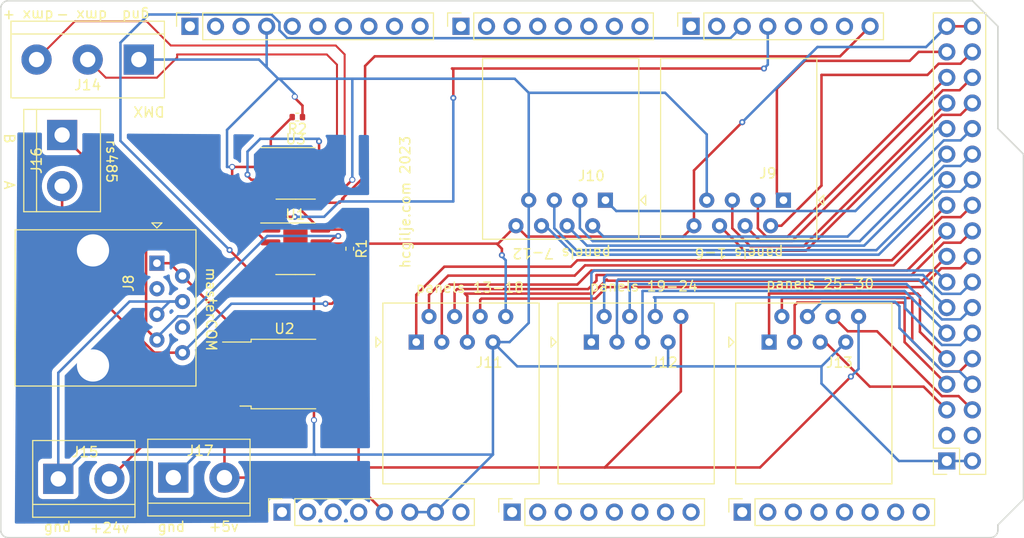
<source format=kicad_pcb>
(kicad_pcb (version 20221018) (generator pcbnew)
  (title_block (date "mar. 31 mars 2015"))
  (layers (0 "F.Cu" signal) (31 "B.Cu" signal) (34 "B.Paste" user) (35 "F.Paste" user) (36 "B.SilkS" user "B.Silkscreen") (37 "F.SilkS" user "F.Silkscreen") (38 "B.Mask" user) (39 "F.Mask" user) (44 "Edge.Cuts" user))
  (net 0 "")
  (net 1 "GND")
  (net 2 "O1")
  (net 3 "sTX")
  (net 4 "sRX")
  (net 5 "+24V")
  (net 8 "B")
  (net 9 "A")
  (net 10 "+5V")
  (net 11 "O2")
  (net 12 "O3")
  (net 13 "O4")
  (net 14 "O5")
  (net 16 "O6")
  (net 17 "O7")
  (net 18 "O8")
  (net 19 "O9")
  (net 20 "O10")
  (net 21 "O11")
  (net 22 "O12")
  (net 23 "O13")
  (net 24 "O14")
  (net 25 "O17")
  (net 26 "O18")
  (net 27 "O19")
  (net 28 "O20")
  (net 29 "O21")
  (net 30 "O22")
  (net 31 "O23")
  (net 32 "O24")
  (net 33 "O25")
  (net 34 "O26")
  (net 35 "O27")
  (net 36 "O28")
  (net 37 "O29")
  (net 38 "O30")
  (net 44 "dmx input")
  (net 84 "O15")
  (net 85 "O16")
  (net 86 "DMX-")
  (net 87 "DMX+")
  (net 88 "Net-(U3-RO)")
  (footprint "Connector_PinSocket_2.54mm:PinSocket_2x18_P2.54mm_Vertical" (layer "F.Cu") (at 193.98 92.38 180)
    (fp_text reference "J7" hide)
    (fp_text value "Digital" hide)
  )
  (footprint "Connector_PinSocket_2.54mm:PinSocket_1x08_P2.54mm_Vertical" (layer "F.Cu") (at 127.94 97.46 90)
    (fp_text reference "J1" hide)
    (fp_text value "Power" hide)
  )
  (footprint "Connector_PinSocket_2.54mm:PinSocket_1x08_P2.54mm_Vertical" (layer "F.Cu") (at 150.8 97.46 90)
    (fp_text reference "J3" hide)
    (fp_text value "Analog" hide)
  )
  (footprint "Connector_PinSocket_2.54mm:PinSocket_1x08_P2.54mm_Vertical" (layer "F.Cu") (at 173.66 97.46 90)
    (fp_text reference "J5" hide)
    (fp_text value "Analog" hide)
  )
  (footprint "Connector_PinSocket_2.54mm:PinSocket_1x10_P2.54mm_Vertical" (layer "F.Cu") (at 118.796 49.2 90)
    (fp_text reference "J2" hide)
    (fp_text value "PWM" hide)
  )
  (footprint "Connector_PinSocket_2.54mm:PinSocket_1x08_P2.54mm_Vertical" (layer "F.Cu") (at 145.72 49.2 90)
    (fp_text reference "J4" hide)
    (fp_text value "PWM" hide)
  )
  (footprint "Connector_PinSocket_2.54mm:PinSocket_1x08_P2.54mm_Vertical" (layer "F.Cu") (at 168.58 49.2 90)
    (fp_text reference "J6" hide)
    (fp_text value "Communication" hide)
  )
  (footprint "Package_SO:SOIC-8-1EP_3.9x4.9mm_P1.27mm_EP2.41x3.81mm" (layer "F.Cu") (at 129.301 63.808)
    (fp_text reference "U3")
    (fp_text value "MAX485E")
  )
  (footprint "Connector_RJ:RJ45_Amphenol_54602-x08_Horizontal" (layer "F.Cu") (at 158.674 80.569)
    (fp_text reference "J12")
    (fp_text value "RJ45")
  )
  (footprint "Connector_RJ:RJ45_Amphenol_54602-x08_Horizontal" (layer "F.Cu") (at 160.071 66.472 180)
    (fp_text reference "J10")
    (fp_text value "RJ45")
  )
  (footprint "Connector_RJ:RJ45_Amphenol_54602-x08_Horizontal" (layer "F.Cu") (at 177.756 66.472 180)
    (fp_text reference "J9")
    (fp_text value "RJ45")
  )
  (footprint "Arduino_MountingHole:MountingHole_3.2mm" (layer "F.Cu") (at 196.52 97.46)
    (fp_text reference "MH6" hide)
    (fp_text value "MountingHole_3.2mm" hide)
  )
  (footprint "TerminalBlock:TerminalBlock_bornier-2_P5.08mm" (layer "F.Cu") (at 117.145 94.031)
    (fp_text reference "J17")
    (fp_text value "+5v")
  )
  (footprint "TerminalBlock:TerminalBlock_bornier-2_P5.08mm" (layer "F.Cu") (at 105.715 94.158)
    (fp_text reference "J15")
    (fp_text value "24v")
  )
  (footprint "Connector_RJ:RJ45_Amphenol_54602-x08_Horizontal" (layer "F.Cu") (at 115.514 72.7305 -90)
    (fp_text reference "J8")
    (fp_text value "RJ45")
  )
  (footprint "Resistor_SMD:R_0402_1005Metric" (layer "F.Cu") (at 134.671 71.296 -90)
    (fp_text reference "R1")
    (fp_text value "120R")
  )
  (footprint "TerminalBlock:TerminalBlock_bornier-3_P5.08mm" (layer "F.Cu") (at 113.716 52.502 180)
    (fp_text reference "J14")
    (fp_text value "DMX")
  )
  (footprint "Package_SO:SOIC-8-1EP_3.9x4.9mm_P1.27mm_EP2.41x3.81mm" (layer "F.Cu") (at 129.275 71.298)
    (fp_text reference "U1")
    (fp_text value "MAX485E")
  )
  (footprint "Package_TO_SOT_SMD:TO-252-2" (layer "F.Cu") (at 128.18 83.743)
    (fp_text reference "U2")
    (fp_text value "LM78M05_TO252")
  )
  (footprint "Connector_RJ:RJ45_Amphenol_54602-x08_Horizontal" (layer "F.Cu") (at 176.327 80.569)
    (fp_text reference "J13")
    (fp_text value "RJ45")
  )
  (footprint "Connector_RJ:RJ45_Amphenol_54602-x08_Horizontal" (layer "F.Cu") (at 141.275 80.569)
    (fp_text reference "J11")
    (fp_text value "RJ45")
  )
  (footprint "TerminalBlock:TerminalBlock_bornier-2_P5.08mm" (layer "F.Cu") (at 106.096 59.995 -90)
    (fp_text reference "J16")
    (fp_text value "rs485")
  )
  (footprint "Resistor_SMD:R_0402_1005Metric" (layer "F.Cu") (at 129.464 58.217 180)
    (fp_text reference "R2")
    (fp_text value "100R")
  )
  (footprint "Arduino_MountingHole:MountingHole_3.2mm" (layer "F.Cu") (at 190.17 49.2)
    (fp_text reference "MH5" hide)
    (fp_text value "MountingHole_3.2mm" hide)
  )
  (gr_line (start 199.06 59.36) (end 201.6 61.9) (stroke (width 0.15)) (layer "Edge.Cuts"))
  (gr_line (start 100 99.238) (end 100 47.422) (stroke (width 0.15)) (layer "Edge.Cuts"))
  (gr_line (start 201.6 61.9) (end 201.6 96.19) (stroke (width 0.15)) (layer "Edge.Cuts"))
  (gr_line (start 198.298 100) (end 100.762 100) (stroke (width 0.15)) (layer "Edge.Cuts"))
  (gr_line (start 100.762 46.66) (end 196.52 46.66) (stroke (width 0.15)) (layer "Edge.Cuts"))
  (gr_arc (start 100.762 100) (mid 100.223185 99.776815) (end 100 99.238) (stroke (width 0.15)) (layer "Edge.Cuts"))
  (gr_line (start 201.6 96.19) (end 199.06 98.73) (stroke (width 0.15)) (layer "Edge.Cuts"))
  (gr_line (start 196.52 46.66) (end 199.06 49.2) (stroke (width 0.15)) (layer "Edge.Cuts"))
  (gr_arc (start 199.06 99.238) (mid 198.836815 99.776815) (end 198.298 100) (stroke (width 0.15)) (layer "Edge.Cuts"))
  (gr_line (start 199.06 49.2) (end 199.06 59.36) (stroke (width 0.15)) (layer "Edge.Cuts"))
  (gr_line (start 199.06 98.73) (end 199.06 99.238) (stroke (width 0.15)) (layer "Edge.Cuts"))
  (gr_arc (start 100 47.422) (mid 100.223185 46.883185) (end 100.762 46.66) (stroke (width 0.15)) (layer "Edge.Cuts"))
  (gr_text "hcgilje.com 2023" (at 140.767 73.33 90) (layer "F.SilkS") (effects (font (size 1 1)) (justify left bottom)))
  (gr_text "B" (at 100.254 59.741 -90) (layer "F.SilkS") (effects (font (size 1 1)) (justify left bottom)))
  (gr_text "dmx +" (at 105.334 47.549 180) (layer "F.SilkS") (effects (font (size 1 1)) (justify left bottom)))
  (gr_text "panels 1-6" (at 177.851 71.171 180) (layer "F.SilkS") (effects (font (size 1 1)) (justify left bottom)))
  (gr_text "panels 25-30" (at 175.946 75.362) (layer "F.SilkS") (effects (font (size 1 1)) (justify left bottom)))
  (gr_text "dmx -" (at 110.668 47.549 180) (layer "F.SilkS") (effects (font (size 1 1)) (justify left bottom)))
  (gr_text "panels 7-12" (at 160.706 71.171 180) (layer "F.SilkS") (effects (font (size 1 1)) (justify left bottom)))
  (gr_text "panels 19-24" (at 158.42 75.616) (layer "F.SilkS") (effects (font (size 1 1)) (justify left bottom)))
  (gr_text "DMX" (at 116.383 57.074 180) (layer "F.SilkS") (effects (font (size 1 1)) (justify left bottom)))
  (gr_text "gnd" (at 114.859 47.549 180) (layer "F.SilkS") (effects (font (size 1 1)) (justify left bottom)))
  (gr_text "+24v" (at 108.763 99.619) (layer "F.SilkS") (effects (font (size 1 1)) (justify left bottom)))
  (gr_text "panels 13-18" (at 141.148 75.743) (layer "F.SilkS") (effects (font (size 1 1)) (justify left bottom)))
  (gr_text "masterCOM" (at 120.32 73.076 270) (layer "F.SilkS") (effects (font (size 1 1)) (justify left bottom)))
  (gr_text "+5v" (at 120.574 99.492) (layer "F.SilkS") (effects (font (size 1 1)) (justify left bottom)))
  (gr_text "rs485" (at 110.414 60.376 -90) (layer "F.SilkS") (effects (font (size 1 1)) (justify left bottom)))
  (gr_text "gnd" (at 104.191 99.492) (layer "F.SilkS") (effects (font (size 1 1)) (justify left bottom)))
  (gr_text "gnd" (at 115.494 99.492) (layer "F.SilkS") (effects (font (size 1 1)) (justify left bottom)))
  (gr_text "A" (at 100.254 64.44 270) (layer "F.SilkS") (effects (font (size 1 1)) (justify left bottom)))
  (segment (start 134.544 64.821) (end 134.925 64.44) (width 0.25) (layer "F.Cu") (net 1))
  (segment (start 129.591 56.693) (end 129.21 56.312) (width 0.25) (layer "F.Cu") (net 1))
  (segment (start 131.776 65.713) (end 133.652 65.713) (width 0.25) (layer "F.Cu") (net 1))
  (segment (start 131.115 82.218) (end 131.115 73.838) (width 0.25) (layer "F.Cu") (net 1))
  (segment (start 122.987 67.226751) (end 126.423249 70.663) (width 0.25) (layer "F.Cu") (net 1))
  (segment (start 129.974 58.217) (end 129.974 57.076) (width 0.25) (layer "F.Cu") (net 1))
  (segment (start 131.115 85.268) (end 131.115 88.316) (width 0.25) (layer "F.Cu") (net 1))
  (segment (start 126.423249 70.663) (end 126.8 70.663) (width 0.25) (layer "F.Cu") (net 1))
  (segment (start 126.823 63.17) (end 126.826 63.173) (width 0.25) (layer "F.Cu") (net 1))
  (segment (start 131.115 73.838) (end 131.75 73.203) (width 0.25) (layer "F.Cu") (net 1))
  (segment (start 122.987 63.17) (end 122.987 67.226751) (width 0.25) (layer "F.Cu") (net 1))
  (segment (start 129.21 56.312) (end 129.21 56.185) (width 0.25) (layer "F.Cu") (net 1))
  (segment (start 122.987 63.17) (end 126.823 63.17) (width 0.25) (layer "F.Cu") (net 1))
  (segment (start 133.652 65.713) (end 134.544 64.821) (width 0.25) (layer "F.Cu") (net 1))
  (segment (start 129.974 57.076) (end 129.591 56.693) (width 0.25) (layer "F.Cu") (net 1))
  (segment (start 126.8 70.663) (end 126.8 71.933) (width 0.25) (layer "F.Cu") (net 1))
  (via (at 122.987 63.17) (size 0.6) (drill 0.4) (layers "F.Cu" "B.Cu") (net 1))
  (via (at 134.925 64.44) (size 0.6) (drill 0.4) (layers "F.Cu" "B.Cu") (net 1))
  (via (at 129.21 56.185) (size 0.6) (drill 0.4) (layers "F.Cu" "B.Cu") (net 1))
  (via (at 131.115 88.316) (size 0.6) (drill 0.4) (layers "F.Cu" "B.Cu") (net 1))
  (segment (start 150.546 80.569) (end 148.895 80.569) (width 0.25) (layer "B.Cu") (net 1))
  (segment (start 170.136 59.939639) (end 170.136 66.472) (width 0.25) (layer "B.Cu") (net 1))
  (segment (start 119.431 91.745) (end 117.145 94.031) (width 0.25) (layer "B.Cu") (net 1))
  (segment (start 129.21 56.185) (end 129.21 55.931) (width 0.25) (layer "B.Cu") (net 1))
  (segment (start 126.416 53.264) (end 126.416 49.2) (width 0.25) (layer "B.Cu") (net 1))
  (segment (start 118.054 76.5405) (end 112.791639 76.5405) (width 0.25) (layer "B.Cu") (net 1))
  (segment (start 105.715 83.617139) (end 105.715 94.158) (width 0.25) (layer "B.Cu") (net 1))
  (segment (start 116.784 76.5405) (end 115.514 77.8105) (width 0.25) (layer "B.Cu") (net 1))
  (segment (start 166.294 82.982) (end 181.534 82.982) (width 0.25) (layer "B.Cu") (net 1))
  (segment (start 166.294 82.982) (end 166.294 80.569) (width 0.25) (layer "B.Cu") (net 1))
  (segment (start 127.559 54.407) (end 122.479 59.487) (width 0.25) (layer "B.Cu") (net 1))
  (segment (start 148.895 91.745) (end 143.18 97.46) (width 0.25) (layer "B.Cu") (net 1))
  (segment (start 151.054 54.407) (end 134.925 54.407) (width 0.25) (layer "B.Cu") (net 1))
  (segment (start 152.451 55.804) (end 166.000361 55.804) (width 0.25) (layer "B.Cu") (net 1))
  (segment (start 151.308 82.982) (end 166.294 82.982) (width 0.25) (layer "B.Cu") (net 1))
  (segment (start 119.431 91.745) (end 108.128 91.745) (width 0.25) (layer "B.Cu") (net 1))
  (segment (start 148.895 80.569) (end 148.895 91.745) (width 0.25) (layer "B.Cu") (net 1))
  (segment (start 148.895 80.569) (end 151.308 82.982) (width 0.25) (layer "B.Cu") (net 1))
  (segment (start 127.686 54.407) (end 127.559 54.407) (width 0.25) (layer "B.Cu") (net 1))
  (segment (start 131.115 91.618) (end 131.242 91.745) (width 0.25) (layer "B.Cu") (net 1))
  (segment (start 152.451 78.664) (end 150.546 80.569) (width 0.25) (layer "B.Cu") (net 1))
  (segment (start 127.559 54.407) (end 126.416 53.264) (width 0.25) (layer "B.Cu") (net 1))
  (segment (start 118.054 76.5405) (end 116.784 76.5405) (width 0.25) (layer "B.Cu") (net 1))
  (segment (start 152.451 66.472) (end 152.451 55.804) (width 0.25) (layer "B.Cu") (net 1))
  (segment (start 131.242 91.745) (end 119.431 91.745) (width 0.25) (layer "B.Cu") (net 1))
  (segment (start 108.128 91.745) (end 105.715 94.158) (width 0.25) (layer "B.Cu") (net 1))
  (segment (start 112.791639 76.5405) (end 105.715 83.617139) (width 0.25) (layer "B.Cu") (net 1))
  (segment (start 122.479 63.17) (end 122.987 63.17) (width 0.25) (layer "B.Cu") (net 1))
  (segment (start 152.451 66.472) (end 152.451 78.664) (width 0.25) (layer "B.Cu") (net 1))
  (segment (start 143.18 97.46) (end 140.64 97.46) (width 0.25) (layer "B.Cu") (net 1))
  (segment (start 189.225639 92.38) (end 193.98 92.38) (width 0.25) (layer "B.Cu") (net 1))
  (segment (start 166.000361 55.804) (end 170.136 59.939639) (width 0.25) (layer "B.Cu") (net 1))
  (segment (start 152.451 55.804) (end 151.054 54.407) (width 0.25) (layer "B.Cu") (net 1))
  (segment (start 126.416 53.264) (end 125.654 52.502) (width 0.25) (layer "B.Cu") (net 1))
  (segment (start 134.925 64.44) (end 134.925 54.407) (width 0.25) (layer "B.Cu") (net 1))
  (segment (start 122.479 59.487) (end 122.479 63.17) (width 0.25) (layer "B.Cu") (net 1))
  (segment (start 148.895 91.745) (end 131.242 91.745) (width 0.25) (layer "B.Cu") (net 1))
  (segment (start 181.534 82.982) (end 183.947 80.569) (width 0.25) (layer "B.Cu") (net 1))
  (segment (start 181.534 82.982) (end 181.534 84.688361) (width 0.25) (layer "B.Cu") (net 1))
  (segment (start 134.925 54.407) (end 127.686 54.407) (width 0.25) (layer "B.Cu") (net 1))
  (segment (start 125.654 52.502) (end 113.716 52.502) (width 0.25) (layer "B.Cu") (net 1))
  (segment (start 129.21 55.931) (end 127.686 54.407) (width 0.25) (layer "B.Cu") (net 1))
  (segment (start 196.52 92.38) (end 193.98 92.38) (width 0.25) (layer "B.Cu") (net 1))
  (segment (start 131.115 88.316) (end 131.115 91.618) (width 0.25) (layer "B.Cu") (net 1))
  (segment (start 181.534 84.688361) (end 189.225639 92.38) (width 0.25) (layer "B.Cu") (net 1))
  (segment (start 179.883 52.629) (end 190.297 52.629) (width 0.25) (layer "F.Cu") (net 2))
  (segment (start 190.297 52.629) (end 191.186 51.74) (width 0.25) (layer "F.Cu") (net 2))
  (segment (start 191.186 51.74) (end 193.98 51.74) (width 0.25) (layer "F.Cu") (net 2))
  (segment (start 177.101 55.411) (end 179.883 52.629) (width 0.25) (layer "F.Cu") (net 2))
  (segment (start 177.101 65.817) (end 177.101 55.411) (width 0.25) (layer "F.Cu") (net 2))
  (segment (start 177.756 66.472) (end 177.101 65.817) (width 0.25) (layer "F.Cu") (net 2))
  (segment (start 124.511 73.203) (end 126.8 73.203) (width 0.25) (layer "F.Cu") (net 3))
  (segment (start 122.733 71.425) (end 124.511 73.203) (width 0.25) (layer "F.Cu") (net 3))
  (via (at 122.733 71.425) (size 0.6) (drill 0.3) (layers "F.Cu" "B.Cu") (net 3))
  (segment (start 114.684 48.025) (end 111.891 50.818) (width 0.25) (layer "B.Cu") (net 3))
  (segment (start 128.469299 50.375) (end 127.686 49.591701) (width 0.25) (layer "B.Cu") (net 3))
  (segment (start 126.902701 48.025) (end 114.684 48.025) (width 0.25) (layer "B.Cu") (net 3))
  (segment (start 111.891 50.818) (end 111.891 60.583) (width 0.25) (layer "B.Cu") (net 3))
  (segment (start 172.485 50.375) (end 128.469299 50.375) (width 0.25) (layer "B.Cu") (net 3))
  (segment (start 127.686 48.808299) (end 126.902701 48.025) (width 0.25) (layer "B.Cu") (net 3))
  (segment (start 127.686 49.591701) (end 127.686 48.808299) (width 0.25) (layer "B.Cu") (net 3))
  (segment (start 173.66 49.2) (end 172.485 50.375) (width 0.25) (layer "B.Cu") (net 3))
  (segment (start 111.891 60.583) (end 122.733 71.425) (width 0.25) (layer "B.Cu") (net 3))
  (segment (start 144.831 53.391) (end 175.819 53.391) (width 0.25) (layer "F.Cu") (net 4))
  (segment (start 144.958 53.518) (end 144.831 53.391) (width 0.25) (layer "F.Cu") (net 4))
  (segment (start 126.8 68.501) (end 127.178 68.123) (width 0.25) (layer "F.Cu") (net 4))
  (segment (start 144.958 56.312) (end 144.958 53.518) (width 0.25) (layer "F.Cu") (net 4))
  (segment (start 126.8 69.393) (end 126.8 68.501) (width 0.25) (layer "F.Cu") (net 4))
  (segment (start 127.178 68.123) (end 129.21 68.123) (width 0.25) (layer "F.Cu") (net 4))
  (via (at 129.21 68.123) (size 0.6) (drill 0.3) (layers "F.Cu" "B.Cu") (net 4))
  (via (at 175.819 53.391) (size 0.6) (drill 0.3) (layers "F.Cu" "B.Cu") (net 4))
  (via (at 144.958 56.312) (size 0.6) (drill 0.3) (layers "F.Cu" "B.Cu") (net 4))
  (segment (start 129.21 68.123) (end 132.125884 68.123) (width 0.25) (layer "B.Cu") (net 4))
  (segment (start 144.958 66.599) (end 144.958 56.312) (width 0.25) (layer "B.Cu") (net 4))
  (segment (start 133.649884 66.599) (end 144.958 66.599) (width 0.25) (layer "B.Cu") (net 4))
  (segment (start 132.125884 68.123) (end 133.649884 66.599) (width 0.25) (layer "B.Cu") (net 4))
  (segment (start 176.2 53.01) (end 176.2 49.2) (width 0.25) (layer "B.Cu") (net 4))
  (segment (start 175.819 53.391) (end 176.2 53.01) (width 0.25) (layer "B.Cu") (net 4))
  (segment (start 116.784 72.7305) (end 118.054 74.0005) (width 0.25) (layer "F.Cu") (net 5))
  (segment (start 118.034 88.443) (end 116.51 88.443) (width 0.25) (layer "F.Cu") (net 5))
  (segment (start 118.054 74.0005) (end 123.14 79.0865) (width 0.25) (layer "F.Cu") (net 5))
  (segment (start 123.14 81.463) (end 123.14 83.337) (width 0.25) (layer "F.Cu") (net 5))
  (segment (start 115.514 72.7305) (end 116.784 72.7305) (width 0.25) (layer "F.Cu") (net 5))
  (segment (start 123.14 83.337) (end 118.034 88.443) (width 0.25) (layer "F.Cu") (net 5))
  (segment (start 123.14 79.0865) (end 123.14 81.463) (width 0.25) (layer "F.Cu") (net 5))
  (segment (start 116.51 88.443) (end 110.795 94.158) (width 0.25) (layer "F.Cu") (net 5))
  (segment (start 131.75 70.663) (end 132.639 70.663) (width 0.25) (layer "F.Cu") (net 8))
  (segment (start 131.873 70.786) (end 131.75 70.663) (width 0.25) (layer "F.Cu") (net 8))
  (segment (start 133.401 70.155) (end 133.528 70.028) (width 0.25) (layer "F.Cu") (net 8))
  (segment (start 133.147 70.155) (end 133.401 70.155) (width 0.25) (layer "F.Cu") (net 8))
  (segment (start 134.671 70.786) (end 131.873 70.786) (width 0.25) (layer "F.Cu") (net 8))
  (segment (start 114.439 79.2755) (end 114.439 68.338) (width 0.25) (layer "F.Cu") (net 8))
  (segment (start 114.439 68.338) (end 106.096 59.995) (width 0.25) (layer "F.Cu") (net 8))
  (segment (start 115.514 80.3505) (end 114.439 79.2755) (width 0.25) (layer "F.Cu") (net 8))
  (segment (start 132.639 70.663) (end 133.147 70.155) (width 0.25) (layer "F.Cu") (net 8))
  (via (at 133.528 70.028) (size 0.6) (drill 0.3) (layers "F.Cu" "B.Cu") (net 8))
  (segment (start 133.528 70.028) (end 126.47678 70.028) (width 0.25) (layer "B.Cu") (net 8))
  (segment (start 118.49928 78.0055) (end 117.60872 78.0055) (width 0.25) (layer "B.Cu") (net 8))
  (segment (start 115.514 80.10022) (end 115.514 80.3505) (width 0.25) (layer "B.Cu") (net 8))
  (segment (start 126.47678 70.028) (end 118.49928 78.0055) (width 0.25) (layer "B.Cu") (net 8))
  (segment (start 117.60872 78.0055) (end 115.514 80.10022) (width 0.25) (layer "B.Cu") (net 8))
  (segment (start 131.877 71.806) (end 131.75 71.933) (width 0.25) (layer "F.Cu") (net 9))
  (segment (start 131.75 71.933) (end 132.126751 71.933) (width 0.25) (layer "F.Cu") (net 9))
  (segment (start 118.054 81.6205) (end 115.26372 81.6205) (width 0.25) (layer "F.Cu") (net 9))
  (segment (start 132.893 76.759) (end 132.258 76.759) (width 0.25) (layer "F.Cu") (net 9))
  (segment (start 132.126751 71.933) (end 133.909 73.715249) (width 0.25) (layer "F.Cu") (net 9))
  (segment (start 133.909 73.715249) (end 133.909 75.743) (width 0.25) (layer "F.Cu") (net 9))
  (segment (start 134.671 71.806) (end 131.877 71.806) (width 0.25) (layer "F.Cu") (net 9))
  (segment (start 133.909 75.743) (end 132.893 76.759) (width 0.25) (layer "F.Cu") (net 9))
  (segment (start 115.26372 81.6205) (end 106.096 72.45278) (width 0.25) (layer "F.Cu") (net 9))
  (segment (start 106.096 72.45278) (end 106.096 65.075) (width 0.25) (layer "F.Cu") (net 9))
  (via (at 132.258 76.759) (size 0.6) (drill 0.3) (layers "F.Cu" "B.Cu") (net 9))
  (segment (start 132.258 76.759) (end 122.9155 76.759) (width 0.25) (layer "B.Cu") (net 9))
  (segment (start 122.9155 76.759) (end 118.054 81.6205) (width 0.25) (layer "B.Cu") (net 9))
  (segment (start 134.671 94.031) (end 134.544 94.031) (width 0.25) (layer "F.Cu") (net 10))
  (segment (start 167.564 85.466639) (end 167.564 78.029) (width 0.25) (layer "F.Cu") (net 10))
  (segment (start 126.642249 67.176) (end 125.4 65.933751) (width 0.25) (layer "F.Cu") (net 10))
  (segment (start 124.511 64.059) (end 124.511 63.932) (width 0.25) (layer "F.Cu") (net 10))
  (segment (start 175.428 93.025) (end 184.455 83.998) (width 0.25) (layer "F.Cu") (net 10))
  (segment (start 126.449249 64.443) (end 126.826 64.443) (width 0.25) (layer "F.Cu") (net 10))
  (segment (start 131.623 61.75) (end 131.776 61.903) (width 0.25) (layer "F.Cu") (net 10))
  (segment (start 149.276 70.79) (end 149.403 70.79) (width 0.25) (layer "F.Cu") (net 10))
  (segment (start 167.791 70.087) (end 168.866 69.012) (width 0.25) (layer "F.Cu") (net 10))
  (segment (start 126.826 64.443) (end 124.895 64.443) (width 0.25) (layer "F.Cu") (net 10))
  (segment (start 124.895 64.443) (end 124.892 64.44) (width 0.25) (layer "F.Cu") (net 10))
  (segment (start 135.55 70.79) (end 149.276 70.79) (width 0.25) (layer "F.Cu") (net 10))
  (segment (start 149.403 70.79) (end 151.181 69.012) (width 0.25) (layer "F.Cu") (net 10))
  (segment (start 135.55 70.653) (end 134.29 69.393) (width 0.25) (layer "F.Cu") (net 10))
  (segment (start 134.29 69.393) (end 131.75 69.393) (width 0.25) (layer "F.Cu") (net 10))
  (segment (start 151.181 69.012) (end 152.256 70.087) (width 0.25) (layer "F.Cu") (net 10))
  (segment (start 129.533 67.176) (end 126.642249 67.176) (width 0.25) (layer "F.Cu") (net 10))
  (segment (start 135.55 70.79) (end 135.55 70.653) (width 0.25) (layer "F.Cu") (net 10))
  (segment (start 168.866 69.012) (end 168.866 63.519) (width 0.25) (layer "F.Cu") (net 10))
  (segment (start 149.784 71.298) (end 149.276 70.79) (width 0.25) (layer "F.Cu") (net 10))
  (segment (start 125.4 65.492249) (end 126.449249 64.443) (width 0.25) (layer "F.Cu") (net 10))
  (segment (start 125.4 65.933751) (end 125.4 65.492249) (width 0.25) (layer "F.Cu") (net 10))
  (segment (start 131.75 69.393) (end 129.533 67.176) (width 0.25) (layer "F.Cu") (net 10))
  (segment (start 131.623 60.63) (end 131.623 61.75) (width 0.25) (layer "F.Cu") (net 10))
  (segment (start 152.256 70.087) (end 167.791 70.087) (width 0.25) (layer "F.Cu") (net 10))
  (segment (start 134.544 94.031) (end 135.55 93.025) (width 0.25) (layer "F.Cu") (net 10))
  (segment (start 193.98 49.2) (end 196.52 49.2) (width 0.25) (layer "F.Cu") (net 10))
  (segment (start 160.005639 93.025) (end 167.564 85.466639) (width 0.25) (layer "F.Cu") (net 10))
  (segment (start 138.1 97.46) (end 134.671 94.031) (width 0.25) (layer "F.Cu") (net 10))
  (segment (start 160.005639 93.025) (end 175.428 93.025) (width 0.25) (layer "F.Cu") (net 10))
  (segment (start 134.544 94.031) (end 122.225 94.031) (width 0.25) (layer "F.Cu") (net 10))
  (segment (start 149.784 71.933) (end 149.784 71.298) (width 0.25) (layer "F.Cu") (net 10))
  (segment (start 122.225 86.938) (end 123.14 86.023) (width 0.25) (layer "F.Cu") (net 10))
  (segment (start 122.225 94.031) (end 122.225 86.938) (width 0.25) (layer "F.Cu") (net 10))
  (segment (start 124.892 64.44) (end 124.511 64.059) (width 0.25) (layer "F.Cu") (net 10))
  (segment (start 168.866 63.519) (end 173.66 58.725) (width 0.25) (layer "F.Cu") (net 10))
  (segment (start 135.55 93.025) (end 160.005639 93.025) (width 0.25) (layer "F.Cu") (net 10))
  (segment (start 135.55 93.025) (end 135.55 70.79) (width 0.25) (layer "F.Cu") (net 10))
  (via (at 131.623 60.63) (size 0.6) (drill 0.3) (layers "F.Cu" "B.Cu") (net 10))
  (via (at 149.784 71.933) (size 0.6) (drill 0.3) (layers "F.Cu" "B.Cu") (net 10))
  (via (at 124.511 63.932) (size 0.6) (drill 0.3) (layers "F.Cu" "B.Cu") (net 10))
  (via (at 184.455 83.998) (size 0.6) (drill 0.3) (layers "F.Cu" "B.Cu") (net 10))
  (via (at 173.66 58.725) (size 0.6) (drill 0.3) (layers "F.Cu" "B.Cu") (net 10))
  (segment (start 149.784 72.06) (end 149.784 71.933) (width 0.25) (layer "B.Cu") (net 10))
  (segment (start 125.781 60.376) (end 131.623 60.376) (width 0.25) (layer "B.Cu") (net 10))
  (segment (start 181.131701 51.253299) (end 191.926701 51.253299) (width 0.25) (layer "B.Cu") (net 10))
  (segment (start 124.511 63.932) (end 124.511 61.646) (width 0.25) (layer "B.Cu") (net 10))
  (segment (start 150.165 78.029) (end 150.165 72.441) (width 0.25) (layer "B.Cu") (net 10))
  (segment (start 191.926701 51.253299) (end 193.98 49.2) (width 0.25) (layer "B.Cu") (net 10))
  (segment (start 184.455 83.998) (end 185.217 83.236) (width 0.25) (layer "B.Cu") (net 10))
  (segment (start 185.217 83.236) (end 185.217 78.029) (width 0.25) (layer "B.Cu") (net 10))
  (segment (start 131.623 60.376) (end 131.623 60.63) (width 0.25) (layer "B.Cu") (net 10))
  (segment (start 150.165 72.441) (end 149.784 72.06) (width 0.25) (layer "B.Cu") (net 10))
  (segment (start 173.66 58.725) (end 181.131701 51.253299) (width 0.25) (layer "B.Cu") (net 10))
  (segment (start 124.511 61.646) (end 125.781 60.376) (width 0.25) (layer "B.Cu") (net 10))
  (segment (start 177.54666 69.012) (end 181.534 65.02466) (width 0.25) (layer "F.Cu") (net 11))
  (segment (start 192.064299 54.026) (end 193.175299 52.915) (width 0.25) (layer "F.Cu") (net 11))
  (segment (start 176.486 69.012) (end 177.54666 69.012) (width 0.25) (layer "F.Cu") (net 11))
  (segment (start 181.534 65.02466) (end 181.534 54.026) (width 0.25) (layer "F.Cu") (net 11))
  (segment (start 195.345 52.915) (end 196.52 51.74) (width 0.25) (layer "F.Cu") (net 11))
  (segment (start 181.534 54.026) (end 192.064299 54.026) (width 0.25) (layer "F.Cu") (net 11))
  (segment (start 193.175299 52.915) (end 195.345 52.915) (width 0.25) (layer "F.Cu") (net 11))
  (segment (start 175.216 69.26228) (end 176.04072 70.087) (width 0.25) (layer "F.Cu") (net 12))
  (segment (start 176.04072 70.087) (end 178.173 70.087) (width 0.25) (layer "F.Cu") (net 12))
  (segment (start 175.216 66.472) (end 175.216 69.26228) (width 0.25) (layer "F.Cu") (net 12))
  (segment (start 178.173 70.087) (end 193.98 54.28) (width 0.25) (layer "F.Cu") (net 12))
  (segment (start 178.601299 70.537) (end 193.588299 55.55) (width 0.25) (layer "F.Cu") (net 13))
  (segment (start 175.471 70.537) (end 178.601299 70.537) (width 0.25) (layer "F.Cu") (net 13))
  (segment (start 173.946 69.012) (end 175.471 70.537) (width 0.25) (layer "F.Cu") (net 13))
  (segment (start 193.588299 55.55) (end 195.25 55.55) (width 0.25) (layer "F.Cu") (net 13))
  (segment (start 195.25 55.55) (end 196.52 54.28) (width 0.25) (layer "F.Cu") (net 13))
  (segment (start 174.45772 71.044) (end 179.756 71.044) (width 0.25) (layer "F.Cu") (net 14))
  (segment (start 172.676 69.26228) (end 174.45772 71.044) (width 0.25) (layer "F.Cu") (net 14))
  (segment (start 179.756 71.044) (end 193.98 56.82) (width 0.25) (layer "F.Cu") (net 14))
  (segment (start 172.676 66.472) (end 172.676 69.26228) (width 0.25) (layer "F.Cu") (net 14))
  (segment (start 193.493299 57.995) (end 195.345 57.995) (width 0.25) (layer "F.Cu") (net 16))
  (segment (start 171.406 69.012) (end 173.888 71.494) (width 0.25) (layer "F.Cu") (net 16))
  (segment (start 179.994299 71.494) (end 193.493299 57.995) (width 0.25) (layer "F.Cu") (net 16))
  (segment (start 173.888 71.494) (end 179.994299 71.494) (width 0.25) (layer "F.Cu") (net 16))
  (segment (start 195.345 57.995) (end 196.52 56.82) (width 0.25) (layer "F.Cu") (net 16))
  (segment (start 184.904 67.547) (end 193.091 59.36) (width 0.25) (layer "B.Cu") (net 17))
  (segment (start 161.146 67.547) (end 184.904 67.547) (width 0.25) (layer "B.Cu") (net 17))
  (segment (start 160.071 66.472) (end 161.146 67.547) (width 0.25) (layer "B.Cu") (net 17))
  (segment (start 193.091 59.36) (end 193.98 59.36) (width 0.25) (layer "B.Cu") (net 17))
  (segment (start 195.345 60.535) (end 196.52 59.36) (width 0.25) (layer "B.Cu") (net 18))
  (segment (start 159.876 70.087) (end 184.131299 70.087) (width 0.25) (layer "B.Cu") (net 18))
  (segment (start 158.801 69.012) (end 159.876 70.087) (width 0.25) (layer "B.Cu") (net 18))
  (segment (start 184.131299 70.087) (end 193.683299 60.535) (width 0.25) (layer "B.Cu") (net 18))
  (segment (start 193.683299 60.535) (end 195.345 60.535) (width 0.25) (layer "B.Cu") (net 18))
  (segment (start 157.531 69.26228) (end 158.80572 70.537) (width 0.25) (layer "B.Cu") (net 19))
  (segment (start 157.531 66.472) (end 157.531 69.26228) (width 0.25) (layer "B.Cu") (net 19))
  (segment (start 185.343 70.537) (end 193.98 61.9) (width 0.25) (layer "B.Cu") (net 19))
  (segment (start 158.80572 70.537) (end 185.343 70.537) (width 0.25) (layer "B.Cu") (net 19))
  (segment (start 158.236 70.987) (end 185.771299 70.987) (width 0.25) (layer "B.Cu") (net 20))
  (segment (start 156.261 69.012) (end 158.236 70.987) (width 0.25) (layer "B.Cu") (net 20))
  (segment (start 193.683299 63.075) (end 195.345 63.075) (width 0.25) (layer "B.Cu") (net 20))
  (segment (start 185.771299 70.987) (end 193.683299 63.075) (width 0.25) (layer "B.Cu") (net 20))
  (segment (start 195.345 63.075) (end 196.52 61.9) (width 0.25) (layer "B.Cu") (net 20))
  (segment (start 154.991 66.472) (end 154.991 69.26228) (width 0.25) (layer "B.Cu") (net 21))
  (segment (start 157.16572 71.437) (end 186.983 71.437) (width 0.25) (layer "B.Cu") (net 21))
  (segment (start 186.983 71.437) (end 193.98 64.44) (width 0.25) (layer "B.Cu") (net 21))
  (segment (start 154.991 69.26228) (end 157.16572 71.437) (width 0.25) (layer "B.Cu") (net 21))
  (segment (start 193.493299 65.615) (end 195.345 65.615) (width 0.25) (layer "B.Cu") (net 22))
  (segment (start 187.221299 71.887) (end 193.493299 65.615) (width 0.25) (layer "B.Cu") (net 22))
  (segment (start 156.979324 71.887) (end 187.221299 71.887) (width 0.25) (layer "B.Cu") (net 22))
  (segment (start 195.345 65.615) (end 196.52 64.44) (width 0.25) (layer "B.Cu") (net 22))
  (segment (start 153.721 68.628676) (end 156.979324 71.887) (width 0.25) (layer "B.Cu") (net 22))
  (segment (start 153.721 69.012) (end 153.721 68.628676) (width 0.25) (layer "B.Cu") (net 22))
  (segment (start 156.642 73.076) (end 157.277 72.441) (width 0.25) (layer "F.Cu") (net 23))
  (segment (start 141.275 75.87) (end 144.069 73.076) (width 0.25) (layer "F.Cu") (net 23))
  (segment (start 141.275 80.569) (end 141.275 75.87) (width 0.25) (layer "F.Cu") (net 23))
  (segment (start 188.519 72.441) (end 193.98 66.98) (width 0.25) (layer "F.Cu") (net 23))
  (segment (start 144.069 73.076) (end 156.642 73.076) (width 0.25) (layer "F.Cu") (net 23))
  (segment (start 157.277 72.441) (end 188.519 72.441) (width 0.25) (layer "F.Cu") (net 23))
  (segment (start 144.45 73.965) (end 157.023 73.965) (width 0.25) (layer "F.Cu") (net 24))
  (segment (start 157.023 73.965) (end 158.039 72.949) (width 0.25) (layer "F.Cu") (net 24))
  (segment (start 188.699299 72.949) (end 193.493299 68.155) (width 0.25) (layer "F.Cu") (net 24))
  (segment (start 158.039 72.949) (end 188.699299 72.949) (width 0.25) (layer "F.Cu") (net 24))
  (segment (start 193.493299 68.155) (end 195.345 68.155) (width 0.25) (layer "F.Cu") (net 24))
  (segment (start 142.545 78.029) (end 142.545 75.87) (width 0.25) (layer "F.Cu") (net 24))
  (segment (start 195.345 68.155) (end 196.52 66.98) (width 0.25) (layer "F.Cu") (net 24))
  (segment (start 142.545 75.87) (end 144.45 73.965) (width 0.25) (layer "F.Cu") (net 24))
  (segment (start 146.355 80.569) (end 146.355 76.008) (width 0.25) (layer "F.Cu") (net 25))
  (segment (start 160.314 74.473) (end 191.567 74.473) (width 0.25) (layer "F.Cu") (net 25))
  (segment (start 160.198 74.357) (end 160.314 74.473) (width 0.25) (layer "F.Cu") (net 25))
  (segment (start 158.801 75.754) (end 160.198 74.357) (width 0.25) (layer "F.Cu") (net 25))
  (segment (start 191.567 74.473) (end 193.98 72.06) (width 0.25) (layer "F.Cu") (net 25))
  (segment (start 146.355 76.008) (end 146.101 75.754) (width 0.25) (layer "F.Cu") (net 25))
  (segment (start 146.101 75.754) (end 158.801 75.754) (width 0.25) (layer "F.Cu") (net 25))
  (segment (start 191.568396 75.108) (end 193.441396 73.235) (width 0.25) (layer "F.Cu") (net 26))
  (segment (start 159.055 76.251) (end 160.198 75.108) (width 0.25) (layer "F.Cu") (net 26))
  (segment (start 147.752 76.251) (end 159.055 76.251) (width 0.25) (layer "F.Cu") (net 26))
  (segment (start 195.345 73.235) (end 196.52 72.06) (width 0.25) (layer "F.Cu") (net 26))
  (segment (start 160.198 75.108) (end 191.568396 75.108) (width 0.25) (layer "F.Cu") (net 26))
  (segment (start 147.625 76.378) (end 147.752 76.251) (width 0.25) (layer "F.Cu") (net 26))
  (segment (start 193.441396 73.235) (end 195.345 73.235) (width 0.25) (layer "F.Cu") (net 26))
  (segment (start 147.625 78.029) (end 147.625 76.378) (width 0.25) (layer "F.Cu") (net 26))
  (segment (start 192.837 73.457) (end 193.98 74.6) (width 0.25) (layer "B.Cu") (net 27))
  (segment (start 158.674 80.569) (end 158.674 73.711) (width 0.25) (layer "B.Cu") (net 27))
  (segment (start 158.674 73.711) (end 158.928 73.457) (width 0.25) (layer "B.Cu") (net 27))
  (segment (start 158.928 73.457) (end 192.837 73.457) (width 0.25) (layer "B.Cu") (net 27))
  (segment (start 159.944 78.029) (end 159.944 74.161) (width 0.25) (layer "B.Cu") (net 28))
  (segment (start 191.625299 73.907) (end 193.493299 75.775) (width 0.25) (layer "B.Cu") (net 28))
  (segment (start 195.345 75.775) (end 196.52 74.6) (width 0.25) (layer "B.Cu") (net 28))
  (segment (start 159.944 74.161) (end 160.198 73.907) (width 0.25) (layer "B.Cu") (net 28))
  (segment (start 193.493299 75.775) (end 195.345 75.775) (width 0.25) (layer "B.Cu") (net 28))
  (segment (start 160.198 73.907) (end 191.625299 73.907) (width 0.25) (layer "B.Cu") (net 28))
  (segment (start 161.214 80.569) (end 161.214 74.484) (width 0.25) (layer "B.Cu") (net 29))
  (segment (start 191.197 74.357) (end 193.98 77.14) (width 0.25) (layer "B.Cu") (net 29))
  (segment (start 161.341 74.357) (end 191.197 74.357) (width 0.25) (layer "B.Cu") (net 29))
  (segment (start 161.214 74.484) (end 161.341 74.357) (width 0.25) (layer "B.Cu") (net 29))
  (segment (start 189.985299 74.807) (end 193.493299 78.315) (width 0.25) (layer "B.Cu") (net 30))
  (segment (start 193.493299 78.315) (end 195.345 78.315) (width 0.25) (layer "B.Cu") (net 30))
  (segment (start 162.484 78.029) (end 162.484 74.807) (width 0.25) (layer "B.Cu") (net 30))
  (segment (start 195.345 78.315) (end 196.52 77.14) (width 0.25) (layer "B.Cu") (net 30))
  (segment (start 162.484 74.807) (end 189.985299 74.807) (width 0.25) (layer "B.Cu") (net 30))
  (segment (start 163.754 75.489) (end 189.789 75.489) (width 0.25) (layer "B.Cu") (net 31))
  (segment (start 189.789 75.489) (end 193.98 79.68) (width 0.25) (layer "B.Cu") (net 31))
  (segment (start 163.754 80.569) (end 163.754 75.489) (width 0.25) (layer "B.Cu") (net 31))
  (segment (start 189.851802 76.188198) (end 189.851802 77.213503) (width 0.25) (layer "B.Cu") (net 32))
  (segment (start 195.345 80.855) (end 196.52 79.68) (width 0.25) (layer "B.Cu") (net 32))
  (segment (start 165.024 78.029) (end 165.024 76.251) (width 0.25) (layer "B.Cu") (net 32))
  (segment (start 193.493299 80.855) (end 195.345 80.855) (width 0.25) (layer "B.Cu") (net 32))
  (segment (start 189.787604 76.124) (end 189.851802 76.188198) (width 0.25) (layer "B.Cu") (net 32))
  (segment (start 164.897 76.124) (end 189.787604 76.124) (width 0.25) (layer "B.Cu") (net 32))
  (segment (start 165.024 76.251) (end 164.897 76.124) (width 0.25) (layer "B.Cu") (net 32))
  (segment (start 189.851802 77.213503) (end 193.493299 80.855) (width 0.25) (layer "B.Cu") (net 32))
  (segment (start 191.313 75.997) (end 191.313 79.553) (width 0.25) (layer "F.Cu") (net 33))
  (segment (start 176.327 75.743) (end 191.059 75.743) (width 0.25) (layer "F.Cu") (net 33))
  (segment (start 176.327 80.569) (end 176.327 75.743) (width 0.25) (layer "F.Cu") (net 33))
  (segment (start 191.059 75.743) (end 191.313 75.997) (width 0.25) (layer "F.Cu") (net 33))
  (segment (start 191.313 79.553) (end 193.98 82.22) (width 0.25) (layer "F.Cu") (net 33))
  (segment (start 177.597 78.029) (end 177.597 76.193) (width 0.25) (layer "F.Cu") (net 34))
  (segment (start 193.588299 83.49) (end 195.25 83.49) (width 0.25) (layer "F.Cu") (net 34))
  (segment (start 190.551 80.452701) (end 193.588299 83.49) (width 0.25) (layer "F.Cu") (net 34))
  (segment (start 177.597 76.193) (end 190.551 76.193) (width 0.25) (layer "F.Cu") (net 34))
  (segment (start 190.551 76.193) (end 190.551 80.452701) (width 0.25) (layer "F.Cu") (net 34))
  (segment (start 195.25 83.49) (end 196.52 82.22) (width 0.25) (layer "F.Cu") (net 34))
  (segment (start 179.121 76.643) (end 189.673 76.643) (width 0.25) (layer "F.Cu") (net 35))
  (segment (start 189.673 76.643) (end 189.789 76.759) (width 0.25) (layer "F.Cu") (net 35))
  (segment (start 189.789 80.569) (end 193.98 84.76) (width 0.25) (layer "F.Cu") (net 35))
  (segment (start 178.867 80.569) (end 178.867 76.897) (width 0.25) (layer "F.Cu") (net 35))
  (segment (start 178.867 76.897) (end 179.121 76.643) (width 0.25) (layer "F.Cu") (net 35))
  (segment (start 189.789 76.759) (end 189.789 80.569) (width 0.25) (layer "F.Cu") (net 35))
  (segment (start 188.842 76.574) (end 189.281 77.013) (width 0.25) (layer "B.Cu") (net 36))
  (segment (start 180.137 78.029) (end 181.592 76.574) (width 0.25) (layer "B.Cu") (net 36))
  (segment (start 189.281 77.013) (end 189.281 79.182701) (width 0.25) (layer "B.Cu") (net 36))
  (segment (start 189.281 79.182701) (end 193.588299 83.49) (width 0.25) (layer "B.Cu") (net 36))
  (segment (start 181.592 76.574) (end 188.842 76.574) (width 0.25) (layer "B.Cu") (net 36))
  (segment (start 193.588299 83.49) (end 195.25 83.49) (width 0.25) (layer "B.Cu") (net 36))
  (segment (start 195.25 83.49) (end 196.52 84.76) (width 0.25) (layer "B.Cu") (net 36))
  (segment (start 181.407 80.569) (end 181.909884 80.569) (width 0.25) (layer "F.Cu") (net 37))
  (segment (start 181.909884 80.569) (end 186.334884 84.994) (width 0.25) (layer "F.Cu") (net 37))
  (segment (start 186.334884 84.994) (end 191.674 84.994) (width 0.25) (layer "F.Cu") (net 37))
  (segment (start 191.674 84.994) (end 193.98 87.3) (width 0.25) (layer "F.Cu") (net 37))
  (segment (start 193.493299 85.935) (end 195.155 85.935) (width 0.25) (layer "F.Cu") (net 38))
  (segment (start 187.052299 79.494) (end 193.493299 85.935) (width 0.25) (layer "F.Cu") (net 38))
  (segment (start 195.155 85.935) (end 196.52 87.3) (width 0.25) (layer "F.Cu") (net 38))
  (segment (start 182.677 78.029) (end 184.142 79.494) (width 0.25) (layer "F.Cu") (net 38))
  (segment (start 184.142 79.494) (end 187.052299 79.494) (width 0.25) (layer "F.Cu") (net 38))
  (segment (start 137.153 52.179) (end 183.381 52.179) (width 0.25) (layer "F.Cu") (net 44))
  (segment (start 136.195 64.053884) (end 136.195 53.137) (width 0.25) (layer "F.Cu") (net 44))
  (segment (start 126.826 65.993) (end 127.559 66.726) (width 0.25) (layer "F.Cu") (net 44))
  (segment (start 133.655 66.726) (end 134.043 66.338) (width 0.25) (layer "F.Cu") (net 44))
  (segment (start 126.826 65.713) (end 126.826 65.993) (width 0.25) (layer "F.Cu") (net 44))
  (segment (start 133.910884 66.338) (end 136.195 64.053884) (width 0.25) (layer "F.Cu") (net 44))
  (segment (start 134.043 66.338) (end 133.910884 66.338) (width 0.25) (layer "F.Cu") (net 44))
  (segment (start 136.195 53.137) (end 137.153 52.179) (width 0.25) (layer "F.Cu") (net 44))
  (segment (start 183.381 52.179) (end 186.36 49.2) (width 0.25) (layer "F.Cu") (net 44))
  (segment (start 127.559 66.726) (end 133.655 66.726) (width 0.25) (layer "F.Cu") (net 44))
  (segment (start 143.815 75.616) (end 144.577 74.854) (width 0.25) (layer "F.Cu") (net 84))
  (segment (start 143.815 80.569) (end 143.815 75.616) (width 0.25) (layer "F.Cu") (net 84))
  (segment (start 144.577 74.854) (end 157.277 74.854) (width 0.25) (layer "F.Cu") (net 84))
  (segment (start 157.277 74.854) (end 158.674 73.457) (width 0.25) (layer "F.Cu") (net 84))
  (segment (start 190.043 73.457) (end 193.98 69.52) (width 0.25) (layer "F.Cu") (net 84))
  (segment (start 158.674 73.457) (end 190.043 73.457) (width 0.25) (layer "F.Cu") (net 84))
  (segment (start 190.471299 73.907) (end 193.683299 70.695) (width 0.25) (layer "F.Cu") (net 85))
  (segment (start 158.351 75.304) (end 159.182 74.473) (width 0.25) (layer "F.Cu") (net 85))
  (segment (start 145.085 75.558) (end 145.339 75.304) (width 0.25) (layer "F.Cu") (net 85))
  (segment (start 193.683299 70.695) (end 195.345 70.695) (width 0.25) (layer "F.Cu") (net 85))
  (segment (start 195.345 70.695) (end 196.52 69.52) (width 0.25) (layer "F.Cu") (net 85))
  (segment (start 159.182 73.907) (end 190.471299 73.907) (width 0.25) (layer "F.Cu") (net 85))
  (segment (start 145.085 78.029) (end 145.085 75.558) (width 0.25) (layer "F.Cu") (net 85))
  (segment (start 159.182 74.473) (end 159.182 73.907) (width 0.25) (layer "F.Cu") (net 85))
  (segment (start 145.339 75.304) (end 158.351 75.304) (width 0.25) (layer "F.Cu") (net 85))
  (segment (start 133.401 62.916) (end 133.144 63.173) (width 0.2) (layer "F.Cu") (net 86))
  (segment (start 108.636 52.502) (end 110.436 54.302) (width 0.2) (layer "F.Cu") (net 86))
  (segment (start 133.401 53.01) (end 133.401 62.916) (width 0.2) (layer "F.Cu") (net 86))
  (segment (start 132.385 51.994) (end 133.401 53.01) (width 0.2) (layer "F.Cu") (net 86))
  (segment (start 110.436 54.302) (end 115.516 54.302) (width 0.2) (layer "F.Cu") (net 86))
  (segment (start 117.526 52.292) (end 117.526 51.994) (width 0.2) (layer "F.Cu") (net 86))
  (segment (start 115.516 54.302) (end 117.526 52.292) (width 0.2) (layer "F.Cu") (net 86))
  (segment (start 133.144 63.173) (end 131.776 63.173) (width 0.2) (layer "F.Cu") (net 86))
  (segment (start 117.526 51.994) (end 132.385 51.994) (width 0.2) (layer "F.Cu") (net 86))
  (segment (start 134.163 51.994) (end 133.274 51.105) (width 0.2) (layer "F.Cu") (net 87))
  (segment (start 133.652 64.443) (end 134.163 63.932) (width 0.2) (layer "F.Cu") (net 87))
  (segment (start 116.891 51.105) (end 114.478 48.692) (width 0.2) (layer "F.Cu") (net 87))
  (segment (start 131.776 64.443) (end 133.652 64.443) (width 0.2) (layer "F.Cu") (net 87))
  (segment (start 107.366 48.692) (end 103.556 52.502) (width 0.2) (layer "F.Cu") (net 87))
  (segment (start 133.274 51.105) (end 116.891 51.105) (width 0.2) (layer "F.Cu") (net 87))
  (segment (start 114.478 48.692) (end 107.366 48.692) (width 0.2) (layer "F.Cu") (net 87))
  (segment (start 134.163 63.932) (end 134.163 51.994) (width 0.2) (layer "F.Cu") (net 87))
  (segment (start 128.954 58.217) (end 126.826 60.345) (width 0.25) (layer "F.Cu") (net 88))
  (segment (start 126.826 60.345) (end 126.826 61.903) (width 0.25) (layer "F.Cu") (net 88))
  (zone (net 0) (net_name "") (layer "B.Cu") (connect_pads (clearance 0.508)) (min_thickness 0.25) (fill yes (thermal_gap 0.5) (thermal_bridge_width 0.5) (island_removal_mode 1) (island_area_min 10))
    (polygon (pts (xy 113.843 59.868) (xy 136.576 59.995) (xy 136.703 98.476) (xy 101.397 98.603) (xy 101.651 59.741)))
  )
)
</source>
